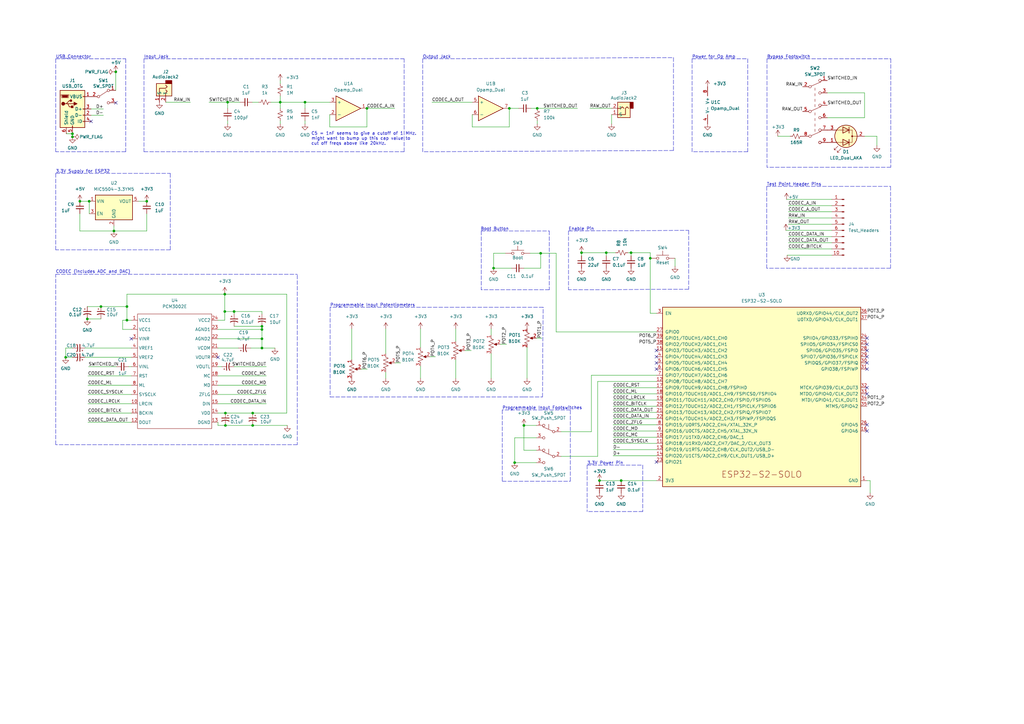
<source format=kicad_sch>
(kicad_sch (version 20211123) (generator eeschema)
  (paper "A3")
  (title_block (title "Guitar Pedal") (date "2023-03-17") (rev "0"))
  (junction (at 26.924 146.558))
  (junction (at 103.632 169.418))
  (junction (at 258.826 103.632))
  (junction (at 35.814 130.81))
  (junction (at 92.456 174.498))
  (junction (at 114.935 41.91))
  (junction (at 41.402 125.73))
  (junction (at 36.576 82.55))
  (junction (at 220.345 44.45))
  (junction (at 254.762 197.104))
  (junction (at 107.442 142.748))
  (junction (at 92.456 169.418))
  (junction (at 107.442 138.938))
  (junction (at 96.012 127.762))
  (junction (at 248.666 103.632))
  (junction (at 103.632 174.498))
  (junction (at 32.766 82.55))
  (junction (at 211.074 189.738))
  (junction (at 221.742 103.886))
  (junction (at 92.202 120.65))
  (junction (at 93.345 41.91))
  (junction (at 214.884 174.498))
  (junction (at 208.915 44.45))
  (junction (at 202.438 109.982))
  (junction (at 60.198 82.55))
  (junction (at 238.506 103.632))
  (junction (at 52.07 131.318))
  (junction (at 245.872 197.104))
  (junction (at 107.442 135.128))
  (junction (at 107.442 133.858))
  (junction (at 125.095 41.91))
  (junction (at 46.736 94.742))
  (junction (at 29.718 56.134))
  (junction (at 29.718 54.864))
  (junction (at 266.7 105.918))
  (junction (at 47.498 29.464))
  (junction (at 52.07 125.73))
  (junction (at 150.495 44.45))
  (junction (at 92.202 127.762))
  (no_connect (at 269.24 146.304))
  (no_connect (at 355.6 146.304))
  (no_connect (at 355.6 138.684))
  (no_connect (at 53.848 138.938))
  (no_connect (at 355.6 159.004))
  (no_connect (at 355.6 148.844))
  (no_connect (at 355.6 143.764))
  (no_connect (at 269.24 189.484))
  (no_connect (at 269.24 148.844))
  (no_connect (at 355.6 151.384))
  (no_connect (at 37.338 49.784))
  (no_connect (at 355.6 141.224))
  (no_connect (at 355.6 174.244))
  (no_connect (at 89.408 146.558))
  (no_connect (at 269.24 151.384))
  (no_connect (at 355.6 176.784))
  (no_connect (at 355.6 161.544))
  (no_connect (at 47.498 42.164))
  (no_connect (at 269.24 143.764))
  (wire (pts (xy 269.24 153.924) (xy 242.57 153.924)))
  (wire (pts (xy 193.294 143.764) (xy 190.754 143.764)))
  (wire (pts (xy 125.095 41.91) (xy 135.255 41.91)))
  (wire (pts (xy 323.342 97.028) (xy 341.122 97.028)))
  (polyline (pts (xy 22.86 71.12) (xy 22.86 102.489)))
  (wire (pts (xy 258.826 103.632) (xy 266.7 103.632)))
  (polyline (pts (xy 69.85 71.12) (xy 69.85 102.489)))
  (wire (pts (xy 219.964 184.658) (xy 214.884 184.658)))
  (wire (pts (xy 36.322 150.368) (xy 47.752 150.368)))
  (wire (pts (xy 89.408 169.418) (xy 92.456 169.418)))
  (wire (pts (xy 53.848 135.128) (xy 50.292 135.128)))
  (wire (pts (xy 245.11 187.198) (xy 230.124 187.198)))
  (wire (pts (xy 52.07 125.73) (xy 52.07 120.65)))
  (wire (pts (xy 109.22 157.988) (xy 89.408 157.988)))
  (wire (pts (xy 102.87 142.748) (xy 107.442 142.748)))
  (polyline (pts (xy 22.86 24.13) (xy 51.562 24.13)))
  (wire (pts (xy 26.924 142.748) (xy 26.924 146.558)))
  (wire (pts (xy 356.87 197.104) (xy 355.6 197.104)))
  (wire (pts (xy 201.422 134.874) (xy 201.422 137.414)))
  (wire (pts (xy 150.622 151.384) (xy 148.082 151.384)))
  (wire (pts (xy 46.736 94.742) (xy 60.198 94.742)))
  (wire (pts (xy 114.935 39.37) (xy 114.935 41.91)))
  (wire (pts (xy 32.766 94.742) (xy 46.736 94.742)))
  (wire (pts (xy 319.024 55.88) (xy 324.104 55.88)))
  (wire (pts (xy 219.964 179.578) (xy 211.074 179.578)))
  (wire (pts (xy 242.57 153.924) (xy 242.57 177.038)))
  (wire (pts (xy 221.742 103.886) (xy 217.424 103.886)))
  (wire (pts (xy 251.46 176.784) (xy 269.24 176.784)))
  (wire (pts (xy 26.924 146.558) (xy 29.718 146.558)))
  (wire (pts (xy 36.068 173.228) (xy 53.848 173.228)))
  (polyline (pts (xy 22.86 71.12) (xy 69.85 71.12)))
  (wire (pts (xy 193.675 52.07) (xy 208.915 52.07)))
  (wire (pts (xy 251.46 171.704) (xy 269.24 171.704)))
  (wire (pts (xy 323.342 91.948) (xy 341.122 91.948)))
  (wire (pts (xy 177.165 41.91) (xy 193.675 41.91)))
  (wire (pts (xy 107.442 135.128) (xy 107.442 138.938)))
  (polyline (pts (xy 22.86 24.13) (xy 22.86 62.23)))
  (wire (pts (xy 222.25 138.684) (xy 219.964 138.684)))
  (polyline (pts (xy 51.562 62.23) (xy 22.86 62.23)))
  (wire (pts (xy 214.884 174.498) (xy 219.964 174.498)))
  (wire (pts (xy 251.46 174.244) (xy 269.24 174.244)))
  (wire (pts (xy 208.915 44.45) (xy 208.915 52.07)))
  (wire (pts (xy 186.944 155.194) (xy 186.944 147.574)))
  (wire (pts (xy 354.584 55.88) (xy 359.664 55.88)))
  (wire (pts (xy 172.466 134.874) (xy 172.466 142.494)))
  (polyline (pts (xy 365.379 68.58) (xy 314.579 68.58)))
  (wire (pts (xy 107.442 127.762) (xy 107.442 128.778)))
  (wire (pts (xy 36.068 169.418) (xy 53.848 169.418)))
  (wire (pts (xy 269.24 136.144) (xy 228.092 136.144)))
  (wire (pts (xy 135.255 52.07) (xy 150.495 52.07)))
  (wire (pts (xy 356.87 202.184) (xy 356.87 197.104)))
  (wire (pts (xy 34.798 146.558) (xy 53.848 146.558)))
  (wire (pts (xy 201.422 155.194) (xy 201.422 145.034)))
  (wire (pts (xy 109.22 161.798) (xy 89.408 161.798)))
  (wire (pts (xy 238.506 103.632) (xy 238.506 104.902)))
  (wire (pts (xy 92.456 174.498) (xy 103.632 174.498)))
  (wire (pts (xy 250.825 50.8) (xy 250.825 46.99)))
  (wire (pts (xy 67.945 41.91) (xy 78.105 41.91)))
  (wire (pts (xy 37.338 47.244) (xy 42.418 47.244)))
  (wire (pts (xy 114.935 44.45) (xy 114.935 41.91)))
  (wire (pts (xy 90.932 150.368) (xy 89.408 150.368)))
  (wire (pts (xy 251.46 166.624) (xy 269.24 166.624)))
  (wire (pts (xy 109.22 150.368) (xy 96.012 150.368)))
  (wire (pts (xy 172.466 155.194) (xy 172.466 150.114)))
  (polyline (pts (xy 69.85 102.489) (xy 22.86 102.489)))
  (polyline (pts (xy 197.358 94.742) (xy 197.358 118.872)))
  (wire (pts (xy 34.798 142.748) (xy 53.848 142.748)))
  (wire (pts (xy 269.24 128.524) (xy 266.7 128.524)))
  (wire (pts (xy 276.86 109.22) (xy 276.86 105.918)))
  (polyline (pts (xy 121.92 182.372) (xy 22.86 182.372)))
  (polyline (pts (xy 222.504 162.814) (xy 222.758 125.984)))
  (polyline (pts (xy 365.379 24.13) (xy 365.379 68.58)))
  (wire (pts (xy 114.935 41.91) (xy 125.095 41.91)))
  (polyline (pts (xy 225.298 94.742) (xy 225.298 118.872)))
  (polyline (pts (xy 276.225 61.722) (xy 173.355 62.23)))
  (wire (pts (xy 92.456 169.418) (xy 103.632 169.418)))
  (wire (pts (xy 41.402 125.73) (xy 35.814 125.73)))
  (wire (pts (xy 245.11 156.464) (xy 245.11 187.198)))
  (wire (pts (xy 50.292 131.318) (xy 52.07 131.318)))
  (wire (pts (xy 193.675 46.99) (xy 193.675 52.07)))
  (wire (pts (xy 251.46 181.864) (xy 269.24 181.864)))
  (wire (pts (xy 211.074 189.738) (xy 219.964 189.738)))
  (polyline (pts (xy 314.452 76.454) (xy 314.452 109.982)))
  (wire (pts (xy 241.935 44.45) (xy 250.825 44.45)))
  (polyline (pts (xy 314.579 24.13) (xy 314.579 68.58)))
  (wire (pts (xy 266.7 105.918) (xy 266.7 103.632)))
  (wire (pts (xy 322.58 81.788) (xy 341.122 81.788)))
  (wire (pts (xy 258.826 104.902) (xy 258.826 103.632)))
  (wire (pts (xy 29.718 54.864) (xy 29.718 56.134)))
  (wire (pts (xy 359.664 55.88) (xy 359.664 59.69)))
  (wire (pts (xy 220.345 49.53) (xy 220.345 50.8)))
  (wire (pts (xy 52.07 131.318) (xy 52.07 125.73)))
  (wire (pts (xy 92.202 131.318) (xy 89.408 131.318)))
  (polyline (pts (xy 365.252 76.454) (xy 365.252 109.982)))
  (wire (pts (xy 323.342 102.108) (xy 341.122 102.108)))
  (wire (pts (xy 221.742 103.886) (xy 228.092 103.886)))
  (polyline (pts (xy 263.652 190.754) (xy 263.652 209.804)))
  (polyline (pts (xy 282.448 94.488) (xy 282.448 118.618)))
  (wire (pts (xy 36.068 165.608) (xy 53.848 165.608)))
  (wire (pts (xy 89.408 138.938) (xy 107.442 138.938)))
  (polyline (pts (xy 173.355 24.13) (xy 173.355 62.23)))
  (wire (pts (xy 106.045 41.91) (xy 103.505 41.91)))
  (wire (pts (xy 56.896 82.55) (xy 60.198 82.55)))
  (wire (pts (xy 252.476 103.632) (xy 248.666 103.632)))
  (polyline (pts (xy 240.792 190.754) (xy 263.652 190.754)))
  (wire (pts (xy 150.495 44.45) (xy 150.495 52.07)))
  (wire (pts (xy 164.338 148.844) (xy 162.052 148.844)))
  (wire (pts (xy 144.272 134.874) (xy 144.272 147.574)))
  (wire (pts (xy 41.402 125.73) (xy 52.07 125.73)))
  (wire (pts (xy 207.264 103.886) (xy 202.438 103.886)))
  (wire (pts (xy 117.602 169.418) (xy 117.602 120.65)))
  (wire (pts (xy 214.884 109.982) (xy 221.742 109.982)))
  (polyline (pts (xy 233.934 168.148) (xy 205.994 168.148)))
  (wire (pts (xy 186.944 134.874) (xy 186.944 139.954)))
  (wire (pts (xy 107.442 142.748) (xy 112.776 142.748)))
  (wire (pts (xy 158.242 155.194) (xy 158.242 152.654)))
  (polyline (pts (xy 121.92 112.776) (xy 121.92 182.372)))
  (polyline (pts (xy 135.382 125.984) (xy 135.382 162.814)))
  (polyline (pts (xy 22.86 182.372) (xy 22.86 112.522)))
  (wire (pts (xy 211.074 179.578) (xy 211.074 189.738)))
  (polyline (pts (xy 59.055 62.23) (xy 165.735 62.23)))
  (wire (pts (xy 150.495 44.45) (xy 161.925 44.45)))
  (wire (pts (xy 52.832 150.368) (xy 53.848 150.368)))
  (wire (pts (xy 50.292 135.128) (xy 50.292 131.318)))
  (wire (pts (xy 52.07 120.65) (xy 92.202 120.65)))
  (wire (pts (xy 37.338 44.704) (xy 42.418 44.704)))
  (wire (pts (xy 322.834 104.648) (xy 341.122 104.648)))
  (wire (pts (xy 354.584 48.26) (xy 339.344 48.26)))
  (polyline (pts (xy 263.652 209.804) (xy 240.792 209.804)))
  (wire (pts (xy 92.202 127.762) (xy 96.012 127.762)))
  (wire (pts (xy 92.202 120.396) (xy 92.202 120.65)))
  (wire (pts (xy 89.408 135.128) (xy 107.442 135.128)))
  (wire (pts (xy 36.068 154.178) (xy 53.848 154.178)))
  (polyline (pts (xy 135.382 162.814) (xy 214.884 162.814)))
  (wire (pts (xy 269.24 156.464) (xy 245.11 156.464)))
  (wire (pts (xy 96.012 133.858) (xy 107.442 133.858)))
  (wire (pts (xy 251.46 179.324) (xy 269.24 179.324)))
  (wire (pts (xy 103.632 169.418) (xy 117.602 169.418)))
  (polyline (pts (xy 214.884 162.814) (xy 222.504 162.814)))
  (wire (pts (xy 323.342 99.568) (xy 341.122 99.568)))
  (wire (pts (xy 97.79 142.748) (xy 89.408 142.748)))
  (polyline (pts (xy 173.355 24.13) (xy 276.225 23.622)))
  (wire (pts (xy 323.342 84.328) (xy 341.122 84.328)))
  (polyline (pts (xy 205.994 168.148) (xy 205.994 197.358)))
  (polyline (pts (xy 22.86 112.522) (xy 121.92 112.522)))
  (polyline (pts (xy 205.994 197.358) (xy 233.934 197.358)))
  (wire (pts (xy 254.762 197.104) (xy 269.24 197.104)))
  (wire (pts (xy 93.345 41.91) (xy 98.425 41.91)))
  (polyline (pts (xy 282.448 118.618) (xy 233.172 118.872)))
  (wire (pts (xy 207.772 141.224) (xy 205.232 141.224)))
  (wire (pts (xy 216.154 155.194) (xy 216.154 142.494)))
  (polyline (pts (xy 59.055 24.13) (xy 165.735 24.13)))
  (wire (pts (xy 251.46 169.164) (xy 269.24 169.164)))
  (wire (pts (xy 217.805 44.45) (xy 220.345 44.45)))
  (wire (pts (xy 221.742 109.982) (xy 221.742 103.886)))
  (wire (pts (xy 248.666 103.632) (xy 248.666 104.902)))
  (wire (pts (xy 251.46 164.084) (xy 269.24 164.084)))
  (polyline (pts (xy 233.934 197.358) (xy 233.934 168.148)))
  (wire (pts (xy 53.848 131.318) (xy 52.07 131.318)))
  (wire (pts (xy 251.46 186.944) (xy 269.24 186.944)))
  (wire (pts (xy 109.22 154.178) (xy 89.408 154.178)))
  (polyline (pts (xy 240.792 190.754) (xy 240.792 209.804)))
  (wire (pts (xy 135.255 46.99) (xy 135.255 52.07)))
  (polyline (pts (xy 365.252 109.982) (xy 314.452 109.982)))
  (wire (pts (xy 47.244 29.464) (xy 47.498 29.464)))
  (wire (pts (xy 117.602 120.65) (xy 92.202 120.65)))
  (wire (pts (xy 89.408 173.228) (xy 89.408 174.498)))
  (wire (pts (xy 245.872 197.104) (xy 254.762 197.104)))
  (wire (pts (xy 89.408 174.498) (xy 92.456 174.498)))
  (polyline (pts (xy 165.735 62.23) (xy 165.735 24.13)))
  (wire (pts (xy 27.178 54.864) (xy 29.718 54.864)))
  (wire (pts (xy 36.068 161.798) (xy 53.848 161.798)))
  (wire (pts (xy 29.718 142.748) (xy 26.924 142.748)))
  (wire (pts (xy 266.7 128.524) (xy 266.7 105.918)))
  (wire (pts (xy 202.438 103.886) (xy 202.438 109.982)))
  (polyline (pts (xy 51.562 24.13) (xy 51.562 62.23)))
  (polyline (pts (xy 314.579 24.13) (xy 365.379 24.13)))
  (wire (pts (xy 220.345 44.45) (xy 236.855 44.45)))
  (wire (pts (xy 251.46 184.404) (xy 269.24 184.404)))
  (polyline (pts (xy 59.055 24.13) (xy 59.055 62.23)))
  (polyline (pts (xy 314.452 76.454) (xy 365.252 76.454)))
  (wire (pts (xy 47.498 29.464) (xy 47.498 37.084)))
  (polyline (pts (xy 306.705 24.13) (xy 306.705 62.23)))
  (polyline (pts (xy 225.298 118.872) (xy 197.358 118.872)))
  (wire (pts (xy 238.506 103.632) (xy 248.666 103.632)))
  (wire (pts (xy 230.124 177.038) (xy 242.57 177.038)))
  (wire (pts (xy 36.068 157.988) (xy 53.848 157.988)))
  (wire (pts (xy 35.814 130.81) (xy 41.402 130.81)))
  (wire (pts (xy 323.342 86.868) (xy 341.122 86.868)))
  (wire (pts (xy 60.198 87.63) (xy 60.198 94.742)))
  (wire (pts (xy 214.884 184.658) (xy 214.884 174.498)))
  (wire (pts (xy 202.438 109.982) (xy 209.804 109.982)))
  (wire (pts (xy 125.095 41.91) (xy 125.095 44.45)))
  (wire (pts (xy 125.095 50.8) (xy 125.095 49.53)))
  (wire (pts (xy 93.345 41.91) (xy 93.345 44.45)))
  (polyline (pts (xy 233.172 94.742) (xy 233.172 118.872)))
  (polyline (pts (xy 197.358 94.742) (xy 225.298 94.742)))
  (wire (pts (xy 114.935 33.02) (xy 114.935 34.29)))
  (wire (pts (xy 228.092 103.886) (xy 228.092 136.144)))
  (wire (pts (xy 92.202 120.65) (xy 92.202 127.762)))
  (wire (pts (xy 251.46 159.004) (xy 269.24 159.004)))
  (wire (pts (xy 208.915 44.45) (xy 212.725 44.45)))
  (wire (pts (xy 354.584 38.1) (xy 354.584 48.26)))
  (polyline (pts (xy 283.845 24.13) (xy 306.705 24.13)))
  (wire (pts (xy 339.344 38.1) (xy 354.584 38.1)))
  (wire (pts (xy 32.766 82.55) (xy 36.576 82.55)))
  (wire (pts (xy 158.242 134.874) (xy 158.242 145.034)))
  (wire (pts (xy 322.326 94.488) (xy 341.122 94.488)))
  (wire (pts (xy 251.46 161.544) (xy 269.24 161.544)))
  (wire (pts (xy 107.442 138.938) (xy 107.442 142.748)))
  (wire (pts (xy 178.562 146.304) (xy 176.276 146.304)))
  (polyline (pts (xy 233.172 94.742) (xy 282.448 94.488)))
  (wire (pts (xy 323.342 89.408) (xy 341.122 89.408)))
  (wire (pts (xy 36.576 82.55) (xy 36.576 87.63)))
  (wire (pts (xy 93.345 49.53) (xy 93.345 50.8)))
  (wire (pts (xy 103.632 174.498) (xy 117.856 174.498)))
  (wire (pts (xy 96.012 128.778) (xy 96.012 127.762)))
  (polyline (pts (xy 283.845 24.13) (xy 283.845 62.23)))
  (wire (pts (xy 107.442 133.858) (xy 107.442 135.128)))
  (polyline (pts (xy 222.758 125.984) (xy 135.382 125.984)))
  (wire (pts (xy 257.556 103.632) (xy 258.826 103.632)))
  (wire (pts (xy 114.935 41.91) (xy 111.125 41.91)))
  (wire (pts (xy 32.766 87.63) (xy 32.766 94.742)))
  (wire (pts (xy 46.736 92.71) (xy 46.736 94.742)))
  (wire (pts (xy 85.725 41.91) (xy 93.345 41.91)))
  (wire (pts (xy 92.202 127.762) (xy 92.202 131.318)))
  (wire (pts (xy 109.22 165.608) (xy 89.408 165.608)))
  (wire (pts (xy 107.442 127.762) (xy 96.012 127.762)))
  (polyline (pts (xy 276.225 23.622) (xy 276.225 61.722)))
  (polyline (pts (xy 306.705 62.23) (xy 283.845 62.23)))
  (wire (pts (xy 114.935 49.53) (xy 114.935 50.8)))
  (text "3.3V Supply for ESP32" (at 22.86 71.12 0) (effects (font (size 1.27 1.27)) (justify left bottom)))
  (text "USB_Connector" (at 22.86 24.13 0) (effects (font (size 1.27 1.27)) (justify left bottom)))
  (text "Power for Op Amp" (at 283.845 24.13 0) (effects (font (size 1.27 1.27)) (justify left bottom)))
  (text "3.3V Power Pin" (at 240.792 190.754 0) (effects (font (size 1.27 1.27)) (justify left bottom)))
  (text "Bypass Footswitch" (at 314.579 24.13 0) (effects (font (size 1.27 1.27)) (justify left bottom)))
  (text "Boot Button" (at 197.104 94.742 0) (effects (font (size 1.27 1.27)) (justify left bottom)))
  (text "Programmable Input Footswitches" (at 205.994 168.148 0) (effects (font (size 1.27 1.27)) (justify left bottom)))
  (text "CODEC (includes ADC and DAC)" (at 22.86 112.268 0) (effects (font (size 1.27 1.27)) (justify left bottom)))
  (text "Test Point Header Pins" (at 314.452 76.454 0) (effects (font (size 1.27 1.27)) (justify left bottom)))
  (text "Enable Pin" (at 233.172 94.742 0) (effects (font (size 1.27 1.27)) (justify left bottom)))
  (text "Output Jack" (at 173.355 24.13 0) (effects (font (size 1.27 1.27)) (justify left bottom)))
  (text "Input Jack" (at 59.055 24.13 0) (effects (font (size 1.27 1.27)) (justify left bottom)))
  (text "C5 = 1nF seems to give a cutoff of 1 MHz.\nmight want to bump up this cap value to\ncut off freqs above like 20kHz." (at 127.635 59.69 0) (effects (font (size 1.27 1.27)) (justify left bottom)))
  (text "Programmable Input Potentiometers" (at 135.382 125.984 0) (effects (font (size 1.27 1.27)) (justify left bottom)))
  (label "POT1_P" (at 355.6 164.084 0))
  (label "POT4_P" (at 178.562 146.304 90))
  (label "POT5_P" (at 269.24 141.224 180))
  (label "SWITCHED_OUT" (at 109.22 150.368 180))
  (label "CODEC_A_OUT" (at 177.165 41.91 0))
  (label "CODEC_ML" (at 36.068 157.988 0))
  (label "SWITCHED_IN" (at 85.725 41.91 0))
  (label "SWITCHED_IN" (at 339.344 33.02 0))
  (label "CODEC_A_IN" (at 161.925 44.45 180))
  (label "POT3_P" (at 193.294 143.764 90))
  (label "CODEC_ZFLG" (at 251.46 174.244 0))
  (label "POT4_P" (at 355.6 131.064 0))
  (label "SWITCHED_OUT" (at 236.855 44.45 180))
  (label "RAW_OUT" (at 323.342 91.948 0))
  (label "CODEC_A_OUT" (at 323.342 86.868 0))
  (label "CODEC_BITCLK" (at 251.46 166.624 0))
  (label "CODEC_DATA_OUT" (at 36.068 173.228 0))
  (label "POT3_P" (at 355.6 128.524 0))
  (label "POT2_P" (at 207.772 141.224 90))
  (label "CODEC_BITCLK" (at 36.068 169.418 0))
  (label "CODEC_BITCLK" (at 323.342 102.108 0))
  (label "SWITCHED_OUT" (at 339.344 43.18 0))
  (label "RAW_IN" (at 78.105 41.91 180))
  (label "CODEC_RST" (at 36.068 154.178 0))
  (label "POT6_P" (at 150.622 151.384 90))
  (label "RAW_IN" (at 329.184 35.56 180))
  (label "CODEC_ZFLG" (at 109.22 161.798 180))
  (label "RAW_OUT" (at 329.184 45.72 180))
  (label "CODEC_A_IN" (at 323.342 84.328 0))
  (label "CODEC_DATA_IN" (at 323.342 97.028 0))
  (label "CODEC_ML" (at 251.46 161.544 0))
  (label "CODEC_DATA_IN" (at 109.22 165.608 180))
  (label "D-" (at 42.418 47.244 180))
  (label "POT6_P" (at 269.24 138.684 180))
  (label "CODEC_MC" (at 251.46 179.324 0))
  (label "POT2_P" (at 355.6 166.624 0))
  (label "CODEC_LRCLK" (at 251.46 164.084 0))
  (label "SWITCHED_IN" (at 36.322 150.368 0))
  (label "CODEC_SYSCLK" (at 36.068 161.798 0))
  (label "RAW_IN" (at 323.342 89.408 0))
  (label "CODEC_DATA_OUT" (at 251.46 169.164 0))
  (label "CODEC_SYSCLK" (at 251.46 181.864 0))
  (label "POT1_P" (at 222.25 138.684 90))
  (label "D+" (at 251.46 186.944 0))
  (label "CODEC_RST" (at 251.46 159.004 0))
  (label "D-" (at 251.46 184.404 0))
  (label "CODEC_DATA_IN" (at 251.46 171.704 0))
  (label "CODEC_MD" (at 109.22 157.988 180))
  (label "CODEC_LRCLK" (at 36.068 165.608 0))
  (label "CODEC_MC" (at 109.22 154.178 180))
  (label "CODEC_MD" (at 251.46 176.784 0))
  (label "POT5_P" (at 164.338 148.844 90))
  (label "D+" (at 42.418 44.704 180))
  (label "RAW_OUT" (at 241.935 44.45 0))
  (label "CODEC_DATA_OUT" (at 323.342 99.568 0))
  (symbol (lib_name "AudioJack2_1") (lib_id "Connector:AudioJack2") (at 67.945 36.83 90) (mirror x) (unit 1)
    (property "Reference" "J2" (at 66.802 29.464 90) (effects (justify right)))
    (property "Value" "AudioJack2" (at 62.484 31.496 90) (effects (justify right)))
    (property "Footprint" "Connector_PinHeader_2.54mm:PinHeader_1x02_P2.54mm_Vertical" (effects hide))
  )
  (symbol (lib_id "Switch:SW_Push") (at 271.78 105.918 0) (unit 1)
    (property "Reference" "SW4" (at 271.78 101.6 0))
    (property "Value" "Reset" (at 271.78 107.696 0))
    (property "Footprint" "Connector_PinHeader_2.54mm:PinHeader_1x02_P2.54mm_Vertical" (effects hide))
  )
  (symbol (lib_id "power:GND") (at 290.195 50.8 0) (unit 1)
    (property "Reference" "#PWR010" (effects hide))
    (property "Value" "GND" (at 290.195 55.372 0))
  )
  (symbol (lib_id "power:GND") (at 238.506 109.982 0) (unit 1)
    (property "Reference" "#PWR019" (effects hide))
    (property "Value" "GND" (at 238.506 114.554 0))
  )
  (symbol (lib_id "lib-guitar-pedal:PCM3002E") (at 71.628 126.238 0) (unit 1)
    (property "Reference" "U4" (at 71.628 123.19 0))
    (property "Value" "PCM3002E" (at 71.628 125.73 0))
    (property "Footprint" "PCM3002E:PCM3002E" (effects hide))
  )
  (symbol (lib_id "power:GND") (at 65.405 41.91 0) (unit 1)
    (property "Reference" "#PWR01" (effects hide))
    (property "Value" "GND" (at 65.405 46.482 0))
  )
  (symbol (lib_id "power:GND") (at 220.345 50.8 0) (unit 1)
    (property "Reference" "#PWR03" (effects hide))
    (property "Value" "GND" (at 220.345 55.372 0))
  )
  (symbol (lib_id "power:GND") (at 117.856 174.498 0) (unit 1)
    (property "Reference" "#PWR034" (effects hide))
    (property "Value" "GND" (at 117.856 179.07 0))
  )
  (symbol (lib_id "power:GND") (at 172.466 155.194 0) (unit 1)
    (property "Reference" "#PWR027" (effects hide))
    (property "Value" "GND" (at 172.466 159.766 0))
  )
  (symbol (lib_id "power:GND") (at 250.825 50.8 0) (unit 1)
    (property "Reference" "#PWR09" (effects hide))
    (property "Value" "GND" (at 250.825 55.372 0))
  )
  (symbol (lib_id "Device:C_Small") (at 212.344 109.982 90) (mirror x) (unit 1)
    (property "Reference" "C11" (at 209.804 113.284 90))
    (property "Value" "0.1uF" (at 216.408 113.284 90))
    (property "Footprint" "Capacitor_SMD:C_0603_1608Metric_Pad1.08x0.95mm_HandSolder" (effects hide))
  )
  (symbol (lib_id "Device:C_Small") (at 93.345 46.99 0) (unit 1)
    (property "Reference" "C4" (at 95.885 45.7262 0) (effects (justify left)))
    (property "Value" "100pF" (at 95.885 48.2662 0) (effects (justify left)))
    (property "Footprint" "Capacitor_SMD:C_0603_1608Metric_Pad1.08x0.95mm_HandSolder" (effects hide))
  )
  (symbol (lib_id "Device:C_Small") (at 32.766 85.09 0) (mirror y) (unit 1)
    (property "Reference" "C9" (at 27.686 83.82 0) (effects (justify right)))
    (property "Value" "1uF" (at 25.146 86.36 0) (effects (justify right)))
    (property "Footprint" "Capacitor_SMD:C_0603_1608Metric_Pad1.08x0.95mm_HandSolder" (effects hide))
  )
  (symbol (lib_id "Device:R_Small_US") (at 114.935 46.99 180) (unit 1)
    (property "Reference" "R5" (at 117.475 45.7199 0) (effects (justify right)))
    (property "Value" "1M" (at 117.475 48.2599 0) (effects (justify right)))
    (property "Footprint" "Resistor_SMD:R_0603_1608Metric_Pad0.98x0.95mm_HandSolder" (effects hide))
  )
  (symbol (lib_id "power:GND") (at 216.154 155.194 0) (unit 1)
    (property "Reference" "#PWR030" (effects hide))
    (property "Value" "GND" (at 216.154 159.766 0))
  )
  (symbol (lib_id "power:GND") (at 254.762 202.184 0) (unit 1)
    (property "Reference" "#PWR036" (effects hide))
    (property "Value" "GND" (at 254.762 206.756 0))
  )
  (symbol (lib_id "Device:C_Polarized_Small_US") (at 92.456 171.958 0) (mirror y) (unit 1)
    (property "Reference" "C24" (at 94.488 170.942 0) (effects (justify right)))
    (property "Value" "0.1uF" (at 94.488 172.974 0) (effects (justify right)))
    (property "Footprint" "Capacitor_SMD:C_0603_1608Metric_Pad1.08x0.95mm_HandSolder" (effects hide))
  )
  (symbol (lib_id "power:GND") (at 245.872 202.184 0) (unit 1)
    (property "Reference" "#PWR035" (effects hide))
    (property "Value" "GND" (at 245.872 206.756 0))
  )
  (symbol (lib_id "Device:C_Polarized_Small_US") (at 96.012 131.318 0) (unit 1)
    (property "Reference" "C16" (at 98.806 129.54 0) (effects (justify left)))
    (property "Value" "0.1uF" (at 98.806 132.08 0) (effects (justify left)))
    (property "Footprint" "Capacitor_SMD:C_0603_1608Metric_Pad1.08x0.95mm_HandSolder" (effects hide))
  )
  (symbol (lib_id "Connector:USB_OTG") (at 29.718 44.704 0) (unit 1)
    (property "Reference" "J1" (at 29.718 33.02 0))
    (property "Value" "USB_OTG" (at 29.718 35.306 0))
    (property "Footprint" "Connector_USB:USB_Micro-B_Molex-105017-0001" (effects hide))
    (property "Datasheet" " ~" (effects hide))
  )
  (symbol (lib_id "power:GND") (at 112.776 142.748 0) (unit 1)
    (property "Reference" "#PWR031" (effects hide))
    (property "Value" "GND" (at 112.776 147.32 0))
  )
  (symbol (lib_id "power:+3V3") (at 92.202 120.396 0) (unit 1)
    (property "Reference" "#PWR023" (effects hide))
    (property "Value" "+3V3" (at 92.202 115.316 0))
  )
  (symbol (lib_id "power:GND") (at 248.666 109.982 0) (unit 1)
    (property "Reference" "#PWR020" (effects hide))
    (property "Value" "GND" (at 248.666 114.554 0))
  )
  (symbol (lib_id "Device:C_Small") (at 215.265 44.45 90) (unit 1)
    (property "Reference" "C3" (at 215.2713 38.1 90))
    (property "Value" "1uF" (at 215.2713 40.64 90))
    (property "Footprint" "Capacitor_SMD:C_0603_1608Metric_Pad1.08x0.95mm_HandSolder" (effects hide))
  )
  (symbol (lib_id "Switch:SW_Push_SPDT") (at 225.044 187.198 0) (mirror y) (unit 1)
    (property "Reference" "SW6" (at 225.044 192.278 0))
    (property "Value" "SW_Push_SPDT" (at 225.044 194.818 0))
    (property "Footprint" "Connector_PinHeader_2.54mm:PinHeader_1x03_P2.54mm_Vertical" (effects hide))
  )
  (symbol (lib_id "Device:LED_Dual_AKA") (at 346.964 55.88 180) (unit 1)
    (property "Reference" "D1" (at 346.964 62.23 0))
    (property "Value" "LED_Dual_AKA" (at 346.964 64.77 0))
    (property "Footprint" "Connector_PinHeader_2.54mm:PinHeader_1x03_P2.54mm_Vertical" (effects hide))
  )
  (symbol (lib_id "Device:R_Small_US") (at 326.644 55.88 90) (unit 1)
    (property "Reference" "R9" (at 326.644 53.34 90))
    (property "Value" "165R" (at 326.644 58.42 90))
    (property "Footprint" "Resistor_SMD:R_0603_1608Metric_Pad0.98x0.95mm_HandSolder" (effects hide))
  )
  (symbol (lib_id "power:+5V") (at 322.58 81.788 0) (unit 1)
    (property "Reference" "#PWR014" (effects hide))
    (property "Value" "+5V" (at 325.374 80.772 0))
  )
  (symbol (lib_id "power:GND") (at 29.718 56.134 0) (unit 1)
    (property "Reference" "#PWR011" (effects hide))
    (property "Value" "GND" (at 29.718 60.706 0))
  )
  (symbol (lib_id "power:+5V") (at 32.766 82.55 0) (unit 1)
    (property "Reference" "#PWR013" (effects hide))
    (property "Value" "+5V" (at 32.766 77.47 0))
  )
  (symbol (lib_id "Device:Opamp_Dual") (at 201.295 44.45 0) (unit 2)
    (property "Reference" "U1" (at 201.295 34.29 0))
    (property "Value" "Opamp_Dual" (at 201.295 36.83 0))
    (property "Footprint" "RC4580IPWR:PW8" (effects hide))
  )
  (symbol (lib_id "power:+3V3") (at 214.884 174.498 0) (unit 1)
    (property "Reference" "#PWR05" (effects hide))
    (property "Value" "+3V3" (at 214.884 169.418 0))
  )
  (symbol (lib_id "Switch:SW_3PDT") (at 334.264 35.56 0) (unit 1)
    (property "Reference" "SW2" (at 334.264 27.94 0))
    (property "Value" "SW_3PDT" (at 334.264 30.48 0))
    (property "Footprint" "Connector_PinHeader_2.54mm:PinHeader_1x09_P2.54mm_Vertical" (effects hide))
  )
  (symbol (lib_id "Device:C_Polarized_Small_US") (at 35.814 128.27 0) (unit 1)
    (property "Reference" "C12" (at 29.718 127 0) (effects (justify left)))
    (property "Value" "0.1uF" (at 28.194 129.032 0) (effects (justify left)))
    (property "Footprint" "Capacitor_SMD:C_0603_1608Metric_Pad1.08x0.95mm_HandSolder" (effects hide))
  )
  (symbol (lib_id "Device:R_Potentiometer_US") (at 172.466 146.304 0) (unit 1)
    (property "Reference" "POT4" (at 169.926 145.0339 0) (effects (justify right)))
    (property "Value" "B10K" (at 169.926 147.5739 0) (effects (justify right)))
    (property "Footprint" "Connector_PinHeader_2.54mm:PinHeader_1x03_P2.54mm_Vertical" (effects hide))
  )
  (symbol (lib_id "Switch:SW_Push") (at 212.344 103.886 0) (unit 1)
    (property "Reference" "SW3" (at 212.344 99.568 0))
    (property "Value" "Boot" (at 212.344 105.664 0))
    (property "Footprint" "Resistor_SMD:R_0603_1608Metric_Pad0.98x0.95mm_HandSolder" (effects hide))
  )
  (symbol (lib_id "power:GND") (at 114.935 50.8 0) (unit 1)
    (property "Reference" "#PWR06" (effects hide))
    (property "Value" "GND" (at 114.935 55.372 0))
  )
  (symbol (lib_id "power:GND") (at 202.438 109.982 0) (unit 1)
    (property "Reference" "#PWR018" (effects hide))
    (property "Value" "GND" (at 202.438 114.554 0))
  )
  (symbol (lib_id "Switch:SW_SPDT") (at 42.418 39.624 0) (unit 1)
    (property "Reference" "SW1" (at 42.418 33.02 0))
    (property "Value" "SW_SPDT" (at 42.418 35.306 0))
    (property "Footprint" "Connector_PinHeader_2.54mm:PinHeader_1x03_P2.54mm_Vertical" (effects hide))
  )
  (symbol (lib_id "Device:C_Small") (at 100.965 41.91 270) (mirror x) (unit 1)
    (property "Reference" "C1" (at 100.9586 35.56 90))
    (property "Value" "1uF" (at 100.9586 38.1 90))
    (property "Footprint" "Capacitor_SMD:C_0603_1608Metric_Pad1.08x0.95mm_HandSolder" (effects hide))
  )
  (symbol (lib_id "Device:R_Potentiometer_US") (at 186.944 143.764 0) (unit 1)
    (property "Reference" "POT3" (at 184.404 142.4939 0) (effects (justify right)))
    (property "Value" "B10K" (at 184.404 145.0339 0) (effects (justify right)))
    (property "Footprint" "Connector_PinHeader_2.54mm:PinHeader_1x03_P2.54mm_Vertical" (effects hide))
  )
  (symbol (lib_id "power:+5V") (at 47.498 29.464 0) (unit 1)
    (property "Reference" "#PWR0128" (effects hide))
    (property "Value" "+5V" (at 47.498 25.654 0))
  )
  (symbol (lib_id "power:GND") (at 258.826 109.982 0) (unit 1)
    (property "Reference" "#PWR021" (effects hide))
    (property "Value" "GND" (at 258.826 114.554 0))
  )
  (symbol (lib_id "power:GND") (at 356.87 202.184 0) (unit 1)
    (property "Reference" "#PWR037" (effects hide))
    (property "Value" "GND" (at 356.87 206.756 0))
  )
  (symbol (lib_id "power:GND") (at 93.345 50.8 0) (unit 1)
    (property "Reference" "#PWR04" (effects hide))
    (property "Value" "GND" (at 93.345 55.372 0))
  )
  (symbol (lib_id "Device:C_Small") (at 60.198 85.09 0) (mirror y) (unit 1)
    (property "Reference" "C10" (at 63.5 83.8262 0) (effects (justify right)))
    (property "Value" "1uF" (at 63.5 86.3662 0) (effects (justify right)))
    (property "Footprint" "Capacitor_SMD:C_0603_1608Metric_Pad1.08x0.95mm_HandSolder" (effects hide))
  )
  (symbol (lib_id "power:PWR_FLAG") (at 47.244 29.464 90) (mirror x) (unit 1)
    (property "Reference" "#FLG0101" (effects hide))
    (property "Value" "PWR_FLAG" (at 39.624 29.464 90))
  )
  (symbol (lib_id "Device:C_Small") (at 245.872 199.644 0) (mirror y) (unit 1)
    (property "Reference" "C13" (at 248.412 198.3802 0) (effects (justify right)))
    (property "Value" "1uF" (at 248.412 200.9202 0) (effects (justify right)))
    (property "Footprint" "Capacitor_SMD:C_0603_1608Metric_Pad1.08x0.95mm_HandSolder" (effects hide))
  )
  (symbol (lib_id "power:+3V3") (at 114.935 33.02 0) (unit 1)
    (property "Reference" "#PWR0105" (effects hide))
    (property "Value" "+3V3" (at 117.221 31.7499 0) (effects (justify left)))
  )
  (symbol (lib_id "Device:R_Potentiometer_US") (at 144.272 151.384 0) (unit 1)
    (property "Reference" "POT6" (at 141.732 150.1139 0) (effects (justify right)))
    (property "Value" "B10K" (at 141.732 152.6539 0) (effects (justify right)))
    (property "Footprint" "Connector_PinHeader_2.54mm:PinHeader_1x03_P2.54mm_Vertical" (effects hide))
  )
  (symbol (lib_id "Connector:Conn_01x10_Male") (at 346.202 91.948 0) (mirror y) (unit 1)
    (property "Reference" "J4" (at 347.98 91.9479 0) (effects (justify right)))
    (property "Value" "Test_Headers" (at 347.98 94.4879 0) (effects (justify right)))
    (property "Footprint" "Connector_PinHeader_2.54mm:PinHeader_2x05_P2.54mm_Vertical" (effects hide))
  )
  (symbol (lib_id "Device:C_Small") (at 248.666 107.442 0) (mirror y) (unit 1)
    (property "Reference" "C7" (at 251.206 106.1782 0) (effects (justify right)))
    (property "Value" "0.1uF" (at 251.206 108.7182 0) (effects (justify right)))
    (property "Footprint" "Capacitor_SMD:C_0603_1608Metric_Pad1.08x0.95mm_HandSolder" (effects hide))
  )
  (symbol (lib_id "power:+3V3") (at 186.944 134.874 0) (unit 1)
    (property "Reference" "#PWR0108" (effects hide))
    (property "Value" "+3V3" (at 186.944 129.794 0))
  )
  (symbol (lib_id "Device:C_Polarized_Small_US") (at 107.442 131.318 0) (unit 1)
    (property "Reference" "C17" (at 110.49 129.6161 0) (effects (justify left)))
    (property "Value" "10uF" (at 110.49 132.1561 0) (effects (justify left)))
    (property "Footprint" "Capacitor_SMD:C_0805_2012Metric_Pad1.18x1.45mm_HandSolder" (effects hide))
  )
  (symbol (lib_id "Device:C_Polarized_Small_US") (at 93.472 150.368 90) (unit 1)
    (property "Reference" "C22" (at 93.472 145.542 90))
    (property "Value" "4.7uF" (at 93.472 147.574 90))
    (property "Footprint" "Capacitor_SMD:C_0603_1608Metric_Pad1.08x0.95mm_HandSolder" (effects hide))
  )
  (symbol (lib_id "power:GND") (at 201.422 155.194 0) (unit 1)
    (property "Reference" "#PWR029" (effects hide))
    (property "Value" "GND" (at 201.422 159.766 0))
  )
  (symbol (lib_id "Device:C_Small") (at 238.506 107.442 0) (mirror y) (unit 1)
    (property "Reference" "C6" (at 241.046 106.1782 0) (effects (justify right)))
    (property "Value" "22uF" (at 241.046 108.7182 0) (effects (justify right)))
    (property "Footprint" "Capacitor_SMD:C_0805_2012Metric_Pad1.18x1.45mm_HandSolder" (effects hide))
  )
  (symbol (lib_id "Device:Opamp_Dual") (at 142.875 44.45 0) (unit 1)
    (property "Reference" "U1" (at 142.875 34.29 0))
    (property "Value" "Opamp_Dual" (at 142.875 36.83 0))
    (property "Footprint" "RC4580IPWR:PW8" (effects hide))
  )
  (symbol (lib_id "Connector:AudioJack2") (at 255.905 44.45 180) (unit 1)
    (property "Reference" "J3" (at 254.762 38.1 0) (effects (justify right)))
    (property "Value" "AudioJack2" (at 250.444 40.132 0) (effects (justify right)))
    (property "Footprint" "Connector_PinHeader_2.54mm:PinHeader_1x02_P2.54mm_Vertical" (effects hide))
  )
  (symbol (lib_id "power:+3V3") (at 238.506 103.632 0) (unit 1)
    (property "Reference" "#PWR0103" (effects hide))
    (property "Value" "+3V3" (at 238.506 98.552 0))
  )
  (symbol (lib_id "Device:C_Small") (at 258.826 107.442 0) (mirror y) (unit 1)
    (property "Reference" "C8" (at 261.366 106.1782 0) (effects (justify right)))
    (property "Value" "1uF" (at 261.366 108.7182 0) (effects (justify right)))
    (property "Footprint" "Capacitor_SMD:C_0603_1608Metric_Pad1.08x0.95mm_HandSolder" (effects hide))
  )
  (symbol (lib_id "power:+3V3") (at 60.198 82.55 0) (unit 1)
    (property "Reference" "#PWR0117" (effects hide))
    (property "Value" "+3V3" (at 60.198 77.47 0))
  )
  (symbol (lib_id "power:+3V3") (at 172.466 134.874 0) (unit 1)
    (property "Reference" "#PWR0135" (effects hide))
    (property "Value" "+3V3" (at 172.466 129.794 0))
  )
  (symbol (lib_id "power:+3V3") (at 216.154 134.874 0) (unit 1)
    (property "Reference" "#PWR0101" (effects hide))
    (property "Value" "+3V3" (at 216.154 129.794 0))
  )
  (symbol (lib_id "power:+3V3") (at 144.272 134.874 0) (unit 1)
    (property "Reference" "#PWR0132" (effects hide))
    (property "Value" "+3V3" (at 144.272 129.794 0))
  )
  (symbol (lib_id "power:GND") (at 46.736 94.742 0) (unit 1)
    (property "Reference" "#PWR015" (effects hide))
    (property "Value" "GND" (at 46.736 99.314 0))
  )
  (symbol (lib_id "power:GND") (at 26.924 146.558 0) (unit 1)
    (property "Reference" "#PWR032" (effects hide))
    (property "Value" "GND" (at 26.924 151.13 0))
  )
  (symbol (lib_id "power:GND") (at 359.664 59.69 0) (unit 1)
    (property "Reference" "#PWR012" (effects hide))
    (property "Value" "GND" (at 359.664 64.262 0))
  )
  (symbol (lib_id "power:+3V3") (at 319.024 55.88 0) (unit 1)
    (property "Reference" "#PWR02" (effects hide))
    (property "Value" "+3V3" (at 316.484 52.07 0) (effects (justify left)))
  )
  (symbol (lib_id "Switch:SW_Push_SPDT") (at 225.044 177.038 0) (mirror y) (unit 1)
    (property "Reference" "SW5" (at 225.044 169.418 0))
    (property "Value" "SW_Push_SPDT" (at 225.044 171.45 0))
    (property "Footprint" "Connector_PinHeader_2.54mm:PinHeader_1x03_P2.54mm_Vertical" (effects hide))
  )
  (symbol (lib_id "power:+3V3") (at 290.195 35.56 0) (unit 1)
    (property "Reference" "#PWR0104" (effects hide))
    (property "Value" "+3V3" (at 292.481 34.2899 0) (effects (justify left)))
  )
  (symbol (lib_id "power:GND") (at 322.834 104.648 0) (unit 1)
    (property "Reference" "#PWR022" (effects hide))
    (property "Value" "GND" (at 326.136 106.172 0))
  )
  (symbol (lib_id "power:GND") (at 144.272 155.194 0) (unit 1)
    (property "Reference" "#PWR025" (effects hide))
    (property "Value" "GND" (at 144.272 159.766 0))
  )
  (symbol (lib_id "Device:C_Small") (at 125.095 46.99 180) (unit 1)
    (property "Reference" "C5" (at 127.635 45.7135 0) (effects (justify right)))
    (property "Value" "1nF" (at 127.635 48.2535 0) (effects (justify right)))
    (property "Footprint" "Capacitor_SMD:C_0603_1608Metric_Pad1.08x0.95mm_HandSolder" (effects hide))
  )
  (symbol (lib_id "Device:R_Small_US") (at 114.935 36.83 180) (unit 1)
    (property "Reference" "R1" (at 117.475 35.5599 0) (effects (justify right)))
    (property "Value" "1M" (at 117.475 38.0999 0) (effects (justify right)))
    (property "Footprint" "Resistor_SMD:R_0603_1608Metric_Pad0.98x0.95mm_HandSolder" (effects hide))
  )
  (symbol (lib_id "power:+3V3") (at 201.422 134.874 0) (unit 1)
    (property "Reference" "#PWR0102" (effects hide))
    (property "Value" "+3V3" (at 201.422 129.794 0))
  )
  (symbol (lib_id "Device:Opamp_Dual") (at 292.735 43.18 0) (unit 3)
    (property "Reference" "U1" (at 291.465 41.9099 0) (effects (justify left)))
    (property "Value" "Opamp_Dual" (at 291.465 44.4499 0) (effects (justify left)))
    (property "Footprint" "RC4580IPWR:PW8" (effects hide))
  )
  (symbol (lib_id "power:GND") (at 186.944 155.194 0) (unit 1)
    (property "Reference" "#PWR028" (effects hide))
    (property "Value" "GND" (at 186.944 159.766 0))
  )
  (symbol (lib_id "Device:C_Small") (at 254.762 199.644 0) (mirror y) (unit 1)
    (property "Reference" "C14" (at 257.302 198.3802 0) (effects (justify right)))
    (property "Value" "0.1uF" (at 257.302 200.9202 0) (effects (justify right)))
    (property "Footprint" "Capacitor_SMD:C_0603_1608Metric_Pad1.08x0.95mm_HandSolder" (effects hide))
  )
  (symbol (lib_id "power:GND") (at 125.095 50.8 0) (unit 1)
    (property "Reference" "#PWR07" (effects hide))
    (property "Value" "GND" (at 125.095 55.372 0))
  )
  (symbol (lib_id "power:GND") (at 211.074 189.738 0) (unit 1)
    (property "Reference" "#PWR033" (effects hide))
    (property "Value" "GND" (at 211.074 194.31 0))
  )
  (symbol (lib_id "Device:C_Polarized_Small_US") (at 103.632 171.958 0) (mirror y) (unit 1)
    (property "Reference" "C23" (at 106.68 170.942 0) (effects (justify right)))
    (property "Value" "10uF" (at 106.68 172.974 0) (effects (justify right)))
    (property "Footprint" "Capacitor_SMD:C_0805_2012Metric_Pad1.18x1.45mm_HandSolder" (effects hide))
  )
  (symbol (lib_id "Device:R_Potentiometer_US") (at 216.154 138.684 0) (unit 1)
    (property "Reference" "POT1" (at 213.614 137.4139 0) (effects (justify right)))
    (property "Value" "B10K" (at 213.614 139.9539 0) (effects (justify right)))
    (property "Footprint" "Connector_PinHeader_2.54mm:PinHeader_1x03_P2.54mm_Vertical" (effects hide))
  )
  (symbol (lib_id "Device:R_Small_US") (at 255.016 103.632 90) (unit 1)
    (property "Reference" "R8" (at 253.7459 101.092 0) (effects (justify left)))
    (property "Value" "10k" (at 256.2859 101.092 0) (effects (justify left)))
    (property "Footprint" "Resistor_SMD:R_0805_2012Metric_Pad1.20x1.40mm_HandSolder" (effects hide))
  )
  (symbol (lib_id "Espressif:ESP32-S2-SOLO") (at 312.42 166.624 0) (unit 1)
    (property "Reference" "U3" (at 312.42 120.904 0))
    (property "Value" "ESP32-S2-SOLO" (at 312.42 123.444 0))
    (property "Footprint" "Espressif:ESP32-S2-SOLO" (effects hide))
    (property "Datasheet" "https://www.espressif.com/sites/default/files/documentation/esp32-s2-solo_esp32-s2-solo-u_datasheet_en.pdf" (effects hide))
  )
  (symbol (lib_id "power:GND") (at 158.242 155.194 0) (unit 1)
    (property "Reference" "#PWR026" (effects hide))
    (property "Value" "GND" (at 158.242 159.766 0))
  )
  (symbol (lib_id "Device:R_Small_US") (at 108.585 41.91 90) (unit 1)
    (property "Reference" "R3" (at 108.585 35.56 90))
    (property "Value" "1k" (at 108.585 38.1 90))
    (property "Footprint" "Resistor_SMD:R_0603_1608Metric_Pad0.98x0.95mm_HandSolder" (effects hide))
  )
  (symbol (lib_id "Device:C_Polarized_Small_US") (at 41.402 128.27 0) (unit 1)
    (property "Reference" "C15" (at 43.688 127 0) (effects (justify left)))
    (property "Value" "10uF" (at 43.688 129.032 0) (effects (justify left)))
    (property "Footprint" "Capacitor_SMD:C_0805_2012Metric_Pad1.18x1.45mm_HandSolder" (effects hide))
  )
  (symbol (lib_id "power:+3V3") (at 158.242 134.874 0) (unit 1)
    (property "Reference" "#PWR0133" (effects hide))
    (property "Value" "+3V3" (at 158.242 129.794 0))
  )
  (symbol (lib_id "Device:R_Potentiometer_US") (at 201.422 141.224 0) (unit 1)
    (property "Reference" "POT2" (at 198.882 139.9539 0) (effects (justify right)))
    (property "Value" "B10K" (at 198.882 142.4939 0) (effects (justify right)))
    (property "Footprint" "Connector_PinHeader_2.54mm:PinHeader_1x03_P2.54mm_Vertical" (effects hide))
  )
  (symbol (lib_id "Device:C_Polarized_Small_US") (at 32.258 146.558 270) (mirror x) (unit 1)
    (property "Reference" "C20" (at 29.21 145.542 90))
    (property "Value" "4.7uF" (at 36.068 145.542 90))
    (property "Footprint" "Capacitor_SMD:C_0603_1608Metric_Pad1.08x0.95mm_HandSolder" (effects hide))
  )
  (symbol (lib_id "power:+3V3") (at 322.326 94.488 0) (unit 1)
    (property "Reference" "#PWR016" (effects hide))
    (property "Value" "+3V3" (at 325.628 93.472 0))
  )
  (symbol (lib_id "Device:C_Small") (at 50.292 150.368 270) (unit 1)
    (property "Reference" "C21" (at 50.292 147.574 90))
    (property "Value" "1uF" (at 50.292 153.162 90))
    (property "Footprint" "Capacitor_SMD:C_0603_1608Metric_Pad1.08x0.95mm_HandSolder" (effects hide))
  )
  (symbol (lib_id "power:GND") (at 276.86 109.22 0) (unit 1)
    (property "Reference" "#PWR017" (effects hide))
    (property "Value" "GND" (at 276.86 113.792 0))
  )
  (symbol (lib_id "Device:C_Polarized_Small_US") (at 100.33 142.748 90) (unit 1)
    (property "Reference" "C19" (at 99.8982 136.398 90))
    (property "Value" "4.7uF" (at 99.8982 138.938 90))
    (property "Footprint" "Capacitor_SMD:C_0603_1608Metric_Pad1.08x0.95mm_HandSolder" (effects hide))
  )
  (symbol (lib_id "power:PWR_FLAG") (at 29.718 56.134 270) (unit 1)
    (property "Reference" "#FLG0102" (effects hide))
    (property "Value" "PWR_FLAG" (at 37.338 56.134 90))
  )
  (symbol (lib_id "Device:R_Small_US") (at 220.345 46.99 180) (unit 1)
    (property "Reference" "R7" (at 222.885 45.7199 0) (effects (justify right)))
    (property "Value" "100k" (at 222.885 48.2599 0) (effects (justify right)))
    (property "Footprint" "Resistor_SMD:R_0603_1608Metric_Pad0.98x0.95mm_HandSolder" (effects hide))
  )
  (symbol (lib_id "Regulator_Linear:MIC5504-3.3YM5") (at 46.736 85.09 0) (unit 1)
    (property "Reference" "U2" (at 46.736 75.057 0))
    (property "Value" "MIC5504-3.3YM5" (at 46.736 77.597 0))
    (property "Footprint" "Package_TO_SOT_SMD:SOT-23-5" (effects hide))
    (property "Datasheet" "http://ww1.microchip.com/downloads/en/DeviceDoc/MIC550X.pdf" (effects hide))
  )
  (symbol (lib_id "Device:C_Polarized_Small_US") (at 32.258 142.748 270) (mirror x) (unit 1)
    (property "Reference" "C18" (at 29.21 141.732 90))
    (property "Value" "4.7uF" (at 36.322 141.732 90))
    (property "Footprint" "Capacitor_SMD:C_0603_1608Metric_Pad1.08x0.95mm_HandSolder" (effects hide))
  )
  (symbol (lib_id "power:GND") (at 35.814 130.81 0) (unit 1)
    (property "Reference" "#PWR024" (effects hide))
    (property "Value" "GND" (at 35.814 135.382 0))
  )
  (symbol (lib_id "Device:R_Potentiometer_US") (at 158.242 148.844 0) (unit 1)
    (property "Reference" "POT5" (at 155.702 147.5739 0) (effects (justify right)))
    (property "Value" "B10K" (at 155.702 150.1139 0) (effects (justify right)))
    (property "Footprint" "Connector_PinHeader_2.54mm:PinHeader_1x03_P2.54mm_Vertical" (effects hide))
  )
  (symbol (lib_id "power:+3V3") (at 245.872 197.104 0) (unit 1)
    (property "Reference" "#PWR0137" (effects hide))
    (property "Value" "+3V3" (at 245.872 193.294 0))
  )
)
</source>
